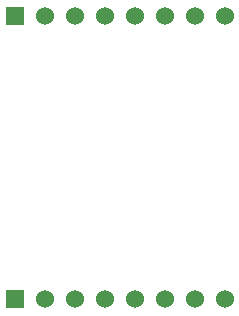
<source format=gbs>
G04 (created by PCBNEW-RS274X (2011-aug-04)-testing) date Mon 11 Feb 2013 10:39:23 AM PST*
G01*
G70*
G90*
%MOIN*%
G04 Gerber Fmt 3.4, Leading zero omitted, Abs format*
%FSLAX34Y34*%
G04 APERTURE LIST*
%ADD10C,0.006000*%
%ADD11C,0.060000*%
%ADD12R,0.060000X0.060000*%
G04 APERTURE END LIST*
G54D10*
G54D11*
X25799Y-21575D03*
X24799Y-21575D03*
X23799Y-21575D03*
G54D12*
X22799Y-21575D03*
G54D11*
X26799Y-21575D03*
X27799Y-21575D03*
X28799Y-21575D03*
X29799Y-21575D03*
X25799Y-31024D03*
X24799Y-31024D03*
X23799Y-31024D03*
G54D12*
X22799Y-31024D03*
G54D11*
X26799Y-31024D03*
X27799Y-31024D03*
X28799Y-31024D03*
X29799Y-31024D03*
M02*

</source>
